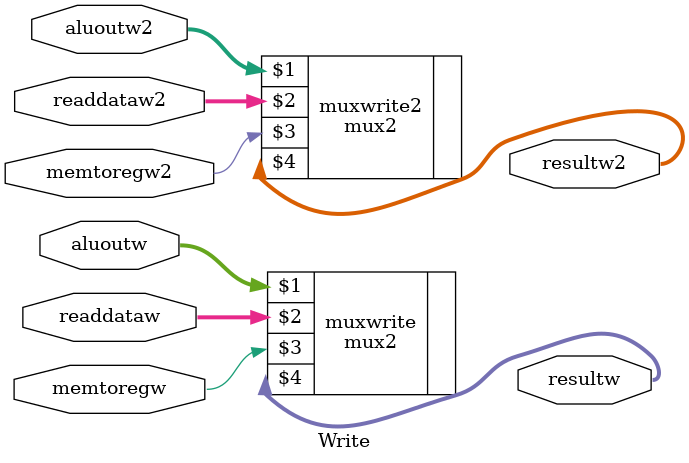
<source format=v>
`timescale 1ns / 1ps


module Write(memtoregw,memtoregw2,readdataw,readdataw2,aluoutw,aluoutw2,resultw,resultw2);
  input memtoregw,memtoregw2;
  input  [31:0] readdataw,readdataw2,aluoutw,aluoutw2;
  output [31:0] resultw,resultw2;
  
  mux2 #(32) muxwrite(aluoutw,readdataw,memtoregw,resultw);
  mux2 #(32) muxwrite2(aluoutw2,readdataw2,memtoregw2,resultw2);
endmodule
</source>
